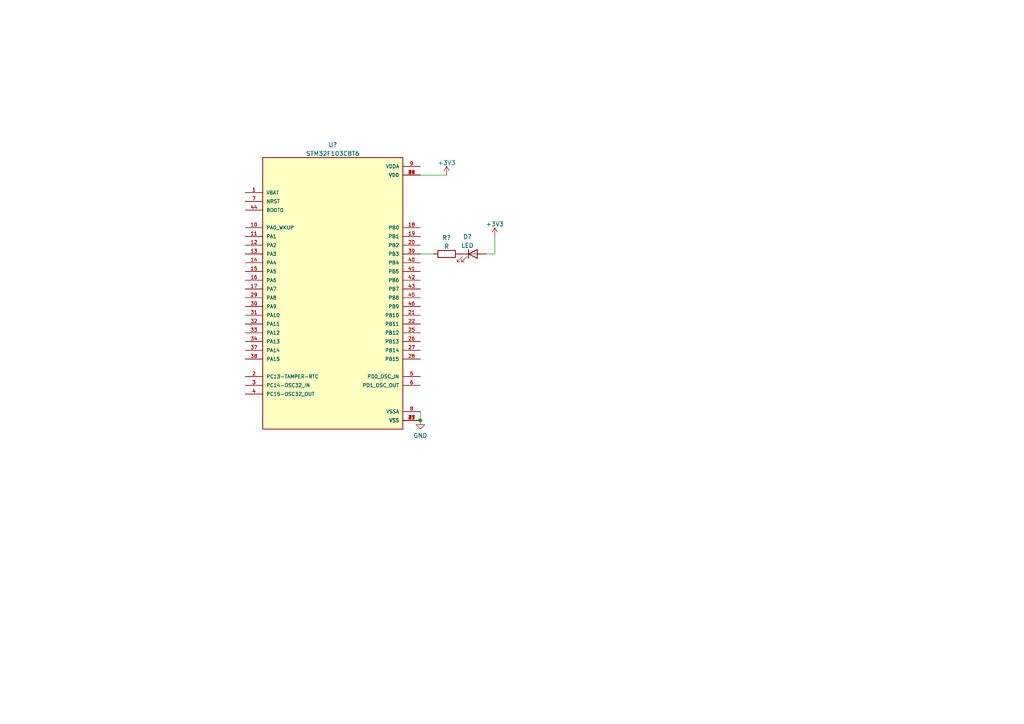
<source format=kicad_sch>
(kicad_sch (version 20211123) (generator eeschema)
  (paper "A4")
  (lib_symbols
    (symbol "Device:LED" (pin_numbers hide) (pin_names (offset 1.016) hide)
      (property "Reference" "D" (at 0 2.54 0))
      (property "Value" "LED" (at 0 -2.54 0))
      (symbol "LED_0_1"
        (polyline (pts (xy -1.27 -1.27) (xy -1.27 1.27)) (stroke (width 0.254)))
        (polyline (pts (xy -1.27 0) (xy 1.27 0)))
        (polyline (pts (xy 1.27 -1.27) (xy 1.27 1.27) (xy -1.27 0) (xy 1.27 -1.27)) (stroke (width 0.254)))
        (polyline (pts (xy -3.048 -0.762) (xy -4.572 -2.286) (xy -3.81 -2.286) (xy -4.572 -2.286) (xy -4.572 -1.524)))
        (polyline (pts (xy -1.778 -0.762) (xy -3.302 -2.286) (xy -2.54 -2.286) (xy -3.302 -2.286) (xy -3.302 -1.524)))
      )
      (symbol "LED_1_1"
        (pin passive line (at -3.81 0 0) (length 2.54) (name "K") (number "1"))
        (pin passive line (at 3.81 0 180) (length 2.54) (name "A") (number "2"))
      )
    )
    (symbol "Device:R" (pin_numbers hide) (pin_names (offset 0))
      (property "Reference" "R" (at 2.032 0 90))
      (property "Value" "R" (at 0 0 90))
      (symbol "R_0_1"
        (rectangle (start -1.016 -2.54) (end 1.016 2.54) (stroke (width 0.254)))
      )
      (symbol "R_1_1"
        (pin passive line (at 0 3.81 270) (length 1.27) (name "~") (number "1"))
        (pin passive line (at 0 -3.81 90) (length 1.27) (name "~") (number "2"))
      )
    )
    (symbol "UGRT_symbols:STM32F103C8T6" (pin_names (offset 1.016))
      (property "Reference" "U" (at -20.32 41.275 0))
      (property "Value" "STM32F103C8T6" (at -20.32 -40.64 0))
      (symbol "STM32F103C8T6_0_0"
        (rectangle (start -20.32 -38.1) (end 20.32 40.64) (stroke (width 0.254)) (fill (type background)))
        (pin bidirectional line (at -25.4 30.48 0) (length 5.08) (name "VBAT") (number "1"))
        (pin bidirectional line (at -25.4 20.32 0) (length 5.08) (name "PA0_WKUP") (number "10"))
        (pin bidirectional line (at -25.4 17.78 0) (length 5.08) (name "PA1") (number "11"))
        (pin bidirectional line (at -25.4 15.24 0) (length 5.08) (name "PA2") (number "12"))
        (pin bidirectional line (at -25.4 12.7 0) (length 5.08) (name "PA3") (number "13"))
        (pin bidirectional line (at -25.4 10.16 0) (length 5.08) (name "PA4") (number "14"))
        (pin bidirectional line (at -25.4 7.62 0) (length 5.08) (name "PA5") (number "15"))
        (pin bidirectional line (at -25.4 5.08 0) (length 5.08) (name "PA6") (number "16"))
        (pin bidirectional line (at -25.4 2.54 0) (length 5.08) (name "PA7") (number "17"))
        (pin bidirectional line (at 25.4 20.32 180) (length 5.08) (name "PB0") (number "18"))
        (pin bidirectional line (at 25.4 17.78 180) (length 5.08) (name "PB1") (number "19"))
        (pin bidirectional line (at -25.4 -22.86 0) (length 5.08) (name "PC13-TAMPER-RTC") (number "2"))
        (pin bidirectional line (at 25.4 15.24 180) (length 5.08) (name "PB2") (number "20"))
        (pin bidirectional line (at 25.4 -5.08 180) (length 5.08) (name "PB10") (number "21"))
        (pin bidirectional line (at 25.4 -7.62 180) (length 5.08) (name "PB11") (number "22"))
        (pin power_in line (at 25.4 -35.56 180) (length 5.08) (name "VSS") (number "23"))
        (pin power_in line (at 25.4 35.56 180) (length 5.08) (name "VDD") (number "24"))
        (pin bidirectional line (at 25.4 -10.16 180) (length 5.08) (name "PB12") (number "25"))
        (pin bidirectional line (at 25.4 -12.7 180) (length 5.08) (name "PB13") (number "26"))
        (pin bidirectional line (at 25.4 -15.24 180) (length 5.08) (name "PB14") (number "27"))
        (pin bidirectional line (at 25.4 -17.78 180) (length 5.08) (name "PB15") (number "28"))
        (pin bidirectional line (at -25.4 0 0) (length 5.08) (name "PA8") (number "29"))
        (pin bidirectional line (at -25.4 -25.4 0) (length 5.08) (name "PC14-OSC32_IN") (number "3"))
        (pin bidirectional line (at -25.4 -2.54 0) (length 5.08) (name "PA9") (number "30"))
        (pin bidirectional line (at -25.4 -5.08 0) (length 5.08) (name "PA10") (number "31"))
        (pin bidirectional line (at -25.4 -7.62 0) (length 5.08) (name "PA11") (number "32"))
        (pin bidirectional line (at -25.4 -10.16 0) (length 5.08) (name "PA12") (number "33"))
        (pin bidirectional line (at -25.4 -12.7 0) (length 5.08) (name "PA13") (number "34"))
        (pin power_in line (at 25.4 -35.56 180) (length 5.08) (name "VSS") (number "35"))
        (pin power_in line (at 25.4 35.56 180) (length 5.08) (name "VDD") (number "36"))
        (pin bidirectional line (at -25.4 -15.24 0) (length 5.08) (name "PA14") (number "37"))
        (pin bidirectional line (at -25.4 -17.78 0) (length 5.08) (name "PA15") (number "38"))
        (pin bidirectional line (at 25.4 12.7 180) (length 5.08) (name "PB3") (number "39"))
        (pin bidirectional line (at -25.4 -27.94 0) (length 5.08) (name "PC15-OSC32_OUT") (number "4"))
        (pin bidirectional line (at 25.4 10.16 180) (length 5.08) (name "PB4") (number "40"))
        (pin bidirectional line (at 25.4 7.62 180) (length 5.08) (name "PB5") (number "41"))
        (pin bidirectional line (at 25.4 5.08 180) (length 5.08) (name "PB6") (number "42"))
        (pin bidirectional line (at 25.4 2.54 180) (length 5.08) (name "PB7") (number "43"))
        (pin input line (at -25.4 25.4 0) (length 5.08) (name "BOOT0") (number "44"))
        (pin bidirectional line (at 25.4 0 180) (length 5.08) (name "PB8") (number "45"))
        (pin bidirectional line (at 25.4 -2.54 180) (length 5.08) (name "PB9") (number "46"))
        (pin power_in line (at 25.4 -35.56 180) (length 5.08) (name "VSS") (number "47"))
        (pin power_in line (at 25.4 35.56 180) (length 5.08) (name "VDD") (number "48"))
        (pin bidirectional line (at 25.4 -22.86 180) (length 5.08) (name "PD0_OSC_IN") (number "5"))
        (pin bidirectional line (at 25.4 -25.4 180) (length 5.08) (name "PD1_OSC_OUT") (number "6"))
        (pin input line (at -25.4 27.94 0) (length 5.08) (name "NRST") (number "7"))
        (pin power_in line (at 25.4 -33.02 180) (length 5.08) (name "VSSA") (number "8"))
        (pin power_in line (at 25.4 38.1 180) (length 5.08) (name "VDDA") (number "9"))
      )
    )
    (symbol "power:+3.3V" (power) (pin_names (offset 0))
      (property "Value" "+3.3V" (at 0 3.556 0))
      (symbol "+3.3V_0_1"
        (polyline (pts (xy -0.762 1.27) (xy 0 2.54)))
        (polyline (pts (xy 0 0) (xy 0 2.54)))
        (polyline (pts (xy 0 2.54) (xy 0.762 1.27)))
      )
      (symbol "+3.3V_1_1"
        (pin power_in line (at 0 0 90) (length 0) hide (name "+3V3") (number "1"))
      )
    )
    (symbol "power:GND" (power) (pin_names (offset 0))
      (property "Value" "GND" (at 0 -3.81 0))
      (symbol "GND_0_1"
        (polyline (pts (xy 0 0) (xy 0 -1.27) (xy 1.27 -1.27) (xy 0 -2.54) (xy -1.27 -1.27) (xy 0 -1.27)))
      )
      (symbol "GND_1_1"
        (pin power_in line (at 0 0 270) (length 0) hide (name "GND") (number "1"))
      )
    )
  )
  (junction (at 121.92 121.92))
  (wire (pts (xy 143.51 73.66) (xy 140.97 73.66)))
  (wire (pts (xy 121.92 50.8) (xy 129.54 50.8)))
  (wire (pts (xy 143.51 68.58) (xy 143.51 73.66)))
  (wire (pts (xy 121.92 73.66) (xy 125.73 73.66)))
  (wire (pts (xy 121.92 119.38) (xy 121.92 121.92)))
  (symbol (lib_id "power:GND") (at 121.92 121.92 0) (unit 1)
    (property "Reference" "#PWR?" (effects hide))
    (property "Value" "GND" (at 121.92 126.3634 0))
  )
  (symbol (lib_id "Device:R") (at 129.54 73.66 90) (unit 1)
    (property "Reference" "R?" (at 129.54 68.9442 90))
    (property "Value" "R" (at 129.54 71.4811 90))
  )
  (symbol (lib_id "power:+3.3V") (at 129.54 50.8 0) (unit 1)
    (property "Reference" "#PWR?" (effects hide))
    (property "Value" "+3.3V" (at 129.54 47.2242 0))
  )
  (symbol (lib_id "power:+3.3V") (at 143.51 68.58 0) (unit 1)
    (property "Reference" "#PWR?" (effects hide))
    (property "Value" "+3.3V" (at 143.51 65.0042 0))
  )
  (symbol (lib_id "Device:LED") (at 137.16 73.66 0) (unit 1)
    (property "Reference" "D?" (at 135.5725 68.6902 0))
    (property "Value" "LED" (at 135.5725 71.2271 0))
  )
  (symbol (lib_id "UGRT_symbols:STM32F103C8T6") (at 96.52 86.36 0) (unit 1)
    (property "Reference" "U?" (at 96.52 42.0202 0))
    (property "Value" "STM32F103C8T6" (at 96.52 44.5571 0))
    (property "Footprint" "QFP50P900X900X160-48N" (effects hide))
    (property "MANUFACTURER" "ST Microelectronics" (effects hide))
    (property "PARTREV" "10" (effects hide))
    (property "STANDARD" "IPC7351B" (effects hide))
  )
)
</source>
